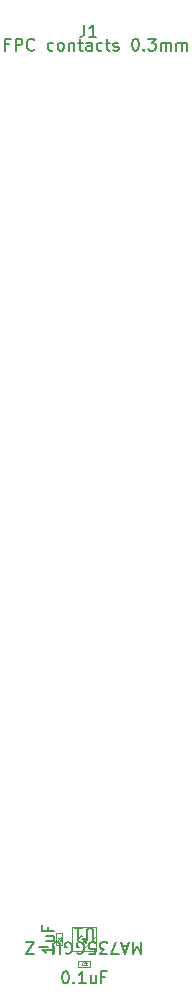
<source format=gbr>
%TF.GenerationSoftware,KiCad,Pcbnew,8.0.5-8.0.5-0~ubuntu24.04.1*%
%TF.CreationDate,2024-09-15T15:15:16-06:00*%
%TF.ProjectId,MA735 encoder board,4d413733-3520-4656-9e63-6f6465722062,rev?*%
%TF.SameCoordinates,Original*%
%TF.FileFunction,AssemblyDrawing,Top*%
%FSLAX46Y46*%
G04 Gerber Fmt 4.6, Leading zero omitted, Abs format (unit mm)*
G04 Created by KiCad (PCBNEW 8.0.5-8.0.5-0~ubuntu24.04.1) date 2024-09-15 15:15:16*
%MOMM*%
%LPD*%
G01*
G04 APERTURE LIST*
%ADD10C,0.150000*%
%ADD11C,0.040000*%
%ADD12C,0.025400*%
%ADD13C,0.100000*%
G04 APERTURE END LIST*
D10*
X157609523Y-131945180D02*
X157609523Y-132945180D01*
X157609523Y-132945180D02*
X157276190Y-132230895D01*
X157276190Y-132230895D02*
X156942857Y-132945180D01*
X156942857Y-132945180D02*
X156942857Y-131945180D01*
X156514285Y-132230895D02*
X156038095Y-132230895D01*
X156609523Y-131945180D02*
X156276190Y-132945180D01*
X156276190Y-132945180D02*
X155942857Y-131945180D01*
X155704761Y-132945180D02*
X155038095Y-132945180D01*
X155038095Y-132945180D02*
X155466666Y-131945180D01*
X154752380Y-132945180D02*
X154133333Y-132945180D01*
X154133333Y-132945180D02*
X154466666Y-132564228D01*
X154466666Y-132564228D02*
X154323809Y-132564228D01*
X154323809Y-132564228D02*
X154228571Y-132516609D01*
X154228571Y-132516609D02*
X154180952Y-132468990D01*
X154180952Y-132468990D02*
X154133333Y-132373752D01*
X154133333Y-132373752D02*
X154133333Y-132135657D01*
X154133333Y-132135657D02*
X154180952Y-132040419D01*
X154180952Y-132040419D02*
X154228571Y-131992800D01*
X154228571Y-131992800D02*
X154323809Y-131945180D01*
X154323809Y-131945180D02*
X154609523Y-131945180D01*
X154609523Y-131945180D02*
X154704761Y-131992800D01*
X154704761Y-131992800D02*
X154752380Y-132040419D01*
X153228571Y-132945180D02*
X153704761Y-132945180D01*
X153704761Y-132945180D02*
X153752380Y-132468990D01*
X153752380Y-132468990D02*
X153704761Y-132516609D01*
X153704761Y-132516609D02*
X153609523Y-132564228D01*
X153609523Y-132564228D02*
X153371428Y-132564228D01*
X153371428Y-132564228D02*
X153276190Y-132516609D01*
X153276190Y-132516609D02*
X153228571Y-132468990D01*
X153228571Y-132468990D02*
X153180952Y-132373752D01*
X153180952Y-132373752D02*
X153180952Y-132135657D01*
X153180952Y-132135657D02*
X153228571Y-132040419D01*
X153228571Y-132040419D02*
X153276190Y-131992800D01*
X153276190Y-131992800D02*
X153371428Y-131945180D01*
X153371428Y-131945180D02*
X153609523Y-131945180D01*
X153609523Y-131945180D02*
X153704761Y-131992800D01*
X153704761Y-131992800D02*
X153752380Y-132040419D01*
X152228571Y-132897561D02*
X152323809Y-132945180D01*
X152323809Y-132945180D02*
X152466666Y-132945180D01*
X152466666Y-132945180D02*
X152609523Y-132897561D01*
X152609523Y-132897561D02*
X152704761Y-132802323D01*
X152704761Y-132802323D02*
X152752380Y-132707085D01*
X152752380Y-132707085D02*
X152799999Y-132516609D01*
X152799999Y-132516609D02*
X152799999Y-132373752D01*
X152799999Y-132373752D02*
X152752380Y-132183276D01*
X152752380Y-132183276D02*
X152704761Y-132088038D01*
X152704761Y-132088038D02*
X152609523Y-131992800D01*
X152609523Y-131992800D02*
X152466666Y-131945180D01*
X152466666Y-131945180D02*
X152371428Y-131945180D01*
X152371428Y-131945180D02*
X152228571Y-131992800D01*
X152228571Y-131992800D02*
X152180952Y-132040419D01*
X152180952Y-132040419D02*
X152180952Y-132373752D01*
X152180952Y-132373752D02*
X152371428Y-132373752D01*
X151228571Y-132897561D02*
X151323809Y-132945180D01*
X151323809Y-132945180D02*
X151466666Y-132945180D01*
X151466666Y-132945180D02*
X151609523Y-132897561D01*
X151609523Y-132897561D02*
X151704761Y-132802323D01*
X151704761Y-132802323D02*
X151752380Y-132707085D01*
X151752380Y-132707085D02*
X151799999Y-132516609D01*
X151799999Y-132516609D02*
X151799999Y-132373752D01*
X151799999Y-132373752D02*
X151752380Y-132183276D01*
X151752380Y-132183276D02*
X151704761Y-132088038D01*
X151704761Y-132088038D02*
X151609523Y-131992800D01*
X151609523Y-131992800D02*
X151466666Y-131945180D01*
X151466666Y-131945180D02*
X151371428Y-131945180D01*
X151371428Y-131945180D02*
X151228571Y-131992800D01*
X151228571Y-131992800D02*
X151180952Y-132040419D01*
X151180952Y-132040419D02*
X151180952Y-132373752D01*
X151180952Y-132373752D02*
X151371428Y-132373752D01*
X150752380Y-132945180D02*
X150752380Y-132135657D01*
X150752380Y-132135657D02*
X150704761Y-132040419D01*
X150704761Y-132040419D02*
X150657142Y-131992800D01*
X150657142Y-131992800D02*
X150561904Y-131945180D01*
X150561904Y-131945180D02*
X150371428Y-131945180D01*
X150371428Y-131945180D02*
X150276190Y-131992800D01*
X150276190Y-131992800D02*
X150228571Y-132040419D01*
X150228571Y-132040419D02*
X150180952Y-132135657D01*
X150180952Y-132135657D02*
X150180952Y-132945180D01*
X149704761Y-132326133D02*
X148942857Y-132326133D01*
X148561904Y-132945180D02*
X147895238Y-132945180D01*
X147895238Y-132945180D02*
X148561904Y-131945180D01*
X148561904Y-131945180D02*
X147895238Y-131945180D01*
X152825408Y-131554819D02*
X152825408Y-131792914D01*
X152587313Y-131697676D02*
X152825408Y-131792914D01*
X152825408Y-131792914D02*
X153063503Y-131697676D01*
X152682551Y-131983390D02*
X152825408Y-131792914D01*
X152825408Y-131792914D02*
X152968265Y-131983390D01*
X153572312Y-131745180D02*
X153572312Y-130935657D01*
X153572312Y-130935657D02*
X153524693Y-130840419D01*
X153524693Y-130840419D02*
X153477074Y-130792800D01*
X153477074Y-130792800D02*
X153381836Y-130745180D01*
X153381836Y-130745180D02*
X153191360Y-130745180D01*
X153191360Y-130745180D02*
X153096122Y-130792800D01*
X153096122Y-130792800D02*
X153048503Y-130840419D01*
X153048503Y-130840419D02*
X153000884Y-130935657D01*
X153000884Y-130935657D02*
X153000884Y-131745180D01*
X152000884Y-130745180D02*
X152572312Y-130745180D01*
X152286598Y-130745180D02*
X152286598Y-131745180D01*
X152286598Y-131745180D02*
X152381836Y-131602323D01*
X152381836Y-131602323D02*
X152477074Y-131507085D01*
X152477074Y-131507085D02*
X152572312Y-131459466D01*
X152825408Y-131554819D02*
X152825408Y-131792914D01*
X152587313Y-131697676D02*
X152825408Y-131792914D01*
X152825408Y-131792914D02*
X153063503Y-131697676D01*
X152682551Y-131983390D02*
X152825408Y-131792914D01*
X152825408Y-131792914D02*
X152968265Y-131983390D01*
X151157143Y-134414819D02*
X151252381Y-134414819D01*
X151252381Y-134414819D02*
X151347619Y-134462438D01*
X151347619Y-134462438D02*
X151395238Y-134510057D01*
X151395238Y-134510057D02*
X151442857Y-134605295D01*
X151442857Y-134605295D02*
X151490476Y-134795771D01*
X151490476Y-134795771D02*
X151490476Y-135033866D01*
X151490476Y-135033866D02*
X151442857Y-135224342D01*
X151442857Y-135224342D02*
X151395238Y-135319580D01*
X151395238Y-135319580D02*
X151347619Y-135367200D01*
X151347619Y-135367200D02*
X151252381Y-135414819D01*
X151252381Y-135414819D02*
X151157143Y-135414819D01*
X151157143Y-135414819D02*
X151061905Y-135367200D01*
X151061905Y-135367200D02*
X151014286Y-135319580D01*
X151014286Y-135319580D02*
X150966667Y-135224342D01*
X150966667Y-135224342D02*
X150919048Y-135033866D01*
X150919048Y-135033866D02*
X150919048Y-134795771D01*
X150919048Y-134795771D02*
X150966667Y-134605295D01*
X150966667Y-134605295D02*
X151014286Y-134510057D01*
X151014286Y-134510057D02*
X151061905Y-134462438D01*
X151061905Y-134462438D02*
X151157143Y-134414819D01*
X151919048Y-135319580D02*
X151966667Y-135367200D01*
X151966667Y-135367200D02*
X151919048Y-135414819D01*
X151919048Y-135414819D02*
X151871429Y-135367200D01*
X151871429Y-135367200D02*
X151919048Y-135319580D01*
X151919048Y-135319580D02*
X151919048Y-135414819D01*
X152919047Y-135414819D02*
X152347619Y-135414819D01*
X152633333Y-135414819D02*
X152633333Y-134414819D01*
X152633333Y-134414819D02*
X152538095Y-134557676D01*
X152538095Y-134557676D02*
X152442857Y-134652914D01*
X152442857Y-134652914D02*
X152347619Y-134700533D01*
X153776190Y-134748152D02*
X153776190Y-135414819D01*
X153347619Y-134748152D02*
X153347619Y-135271961D01*
X153347619Y-135271961D02*
X153395238Y-135367200D01*
X153395238Y-135367200D02*
X153490476Y-135414819D01*
X153490476Y-135414819D02*
X153633333Y-135414819D01*
X153633333Y-135414819D02*
X153728571Y-135367200D01*
X153728571Y-135367200D02*
X153776190Y-135319580D01*
X154585714Y-134891009D02*
X154252381Y-134891009D01*
X154252381Y-135414819D02*
X154252381Y-134414819D01*
X154252381Y-134414819D02*
X154728571Y-134414819D01*
D11*
X152758333Y-133889765D02*
X152746429Y-133901670D01*
X152746429Y-133901670D02*
X152710714Y-133913574D01*
X152710714Y-133913574D02*
X152686905Y-133913574D01*
X152686905Y-133913574D02*
X152651191Y-133901670D01*
X152651191Y-133901670D02*
X152627381Y-133877860D01*
X152627381Y-133877860D02*
X152615476Y-133854050D01*
X152615476Y-133854050D02*
X152603572Y-133806431D01*
X152603572Y-133806431D02*
X152603572Y-133770717D01*
X152603572Y-133770717D02*
X152615476Y-133723098D01*
X152615476Y-133723098D02*
X152627381Y-133699289D01*
X152627381Y-133699289D02*
X152651191Y-133675479D01*
X152651191Y-133675479D02*
X152686905Y-133663574D01*
X152686905Y-133663574D02*
X152710714Y-133663574D01*
X152710714Y-133663574D02*
X152746429Y-133675479D01*
X152746429Y-133675479D02*
X152758333Y-133687384D01*
X152853572Y-133687384D02*
X152865476Y-133675479D01*
X152865476Y-133675479D02*
X152889286Y-133663574D01*
X152889286Y-133663574D02*
X152948810Y-133663574D01*
X152948810Y-133663574D02*
X152972619Y-133675479D01*
X152972619Y-133675479D02*
X152984524Y-133687384D01*
X152984524Y-133687384D02*
X152996429Y-133711193D01*
X152996429Y-133711193D02*
X152996429Y-133735003D01*
X152996429Y-133735003D02*
X152984524Y-133770717D01*
X152984524Y-133770717D02*
X152841667Y-133913574D01*
X152841667Y-133913574D02*
X152996429Y-133913574D01*
D10*
X150254819Y-132295238D02*
X150254819Y-132866666D01*
X150254819Y-132580952D02*
X149254819Y-132580952D01*
X149254819Y-132580952D02*
X149397676Y-132676190D01*
X149397676Y-132676190D02*
X149492914Y-132771428D01*
X149492914Y-132771428D02*
X149540533Y-132866666D01*
X149588152Y-131438095D02*
X150254819Y-131438095D01*
X149588152Y-131866666D02*
X150111961Y-131866666D01*
X150111961Y-131866666D02*
X150207200Y-131819047D01*
X150207200Y-131819047D02*
X150254819Y-131723809D01*
X150254819Y-131723809D02*
X150254819Y-131580952D01*
X150254819Y-131580952D02*
X150207200Y-131485714D01*
X150207200Y-131485714D02*
X150159580Y-131438095D01*
X149731009Y-130628571D02*
X149731009Y-130961904D01*
X150254819Y-130961904D02*
X149254819Y-130961904D01*
X149254819Y-130961904D02*
X149254819Y-130485714D01*
D11*
X150789765Y-131741666D02*
X150801670Y-131753570D01*
X150801670Y-131753570D02*
X150813574Y-131789285D01*
X150813574Y-131789285D02*
X150813574Y-131813094D01*
X150813574Y-131813094D02*
X150801670Y-131848808D01*
X150801670Y-131848808D02*
X150777860Y-131872618D01*
X150777860Y-131872618D02*
X150754050Y-131884523D01*
X150754050Y-131884523D02*
X150706431Y-131896427D01*
X150706431Y-131896427D02*
X150670717Y-131896427D01*
X150670717Y-131896427D02*
X150623098Y-131884523D01*
X150623098Y-131884523D02*
X150599289Y-131872618D01*
X150599289Y-131872618D02*
X150575479Y-131848808D01*
X150575479Y-131848808D02*
X150563574Y-131813094D01*
X150563574Y-131813094D02*
X150563574Y-131789285D01*
X150563574Y-131789285D02*
X150575479Y-131753570D01*
X150575479Y-131753570D02*
X150587384Y-131741666D01*
X150813574Y-131503570D02*
X150813574Y-131646427D01*
X150813574Y-131574999D02*
X150563574Y-131574999D01*
X150563574Y-131574999D02*
X150599289Y-131598808D01*
X150599289Y-131598808D02*
X150623098Y-131622618D01*
X150623098Y-131622618D02*
X150635003Y-131646427D01*
D10*
X146466666Y-55931009D02*
X146133333Y-55931009D01*
X146133333Y-56454819D02*
X146133333Y-55454819D01*
X146133333Y-55454819D02*
X146609523Y-55454819D01*
X146990476Y-56454819D02*
X146990476Y-55454819D01*
X146990476Y-55454819D02*
X147371428Y-55454819D01*
X147371428Y-55454819D02*
X147466666Y-55502438D01*
X147466666Y-55502438D02*
X147514285Y-55550057D01*
X147514285Y-55550057D02*
X147561904Y-55645295D01*
X147561904Y-55645295D02*
X147561904Y-55788152D01*
X147561904Y-55788152D02*
X147514285Y-55883390D01*
X147514285Y-55883390D02*
X147466666Y-55931009D01*
X147466666Y-55931009D02*
X147371428Y-55978628D01*
X147371428Y-55978628D02*
X146990476Y-55978628D01*
X148561904Y-56359580D02*
X148514285Y-56407200D01*
X148514285Y-56407200D02*
X148371428Y-56454819D01*
X148371428Y-56454819D02*
X148276190Y-56454819D01*
X148276190Y-56454819D02*
X148133333Y-56407200D01*
X148133333Y-56407200D02*
X148038095Y-56311961D01*
X148038095Y-56311961D02*
X147990476Y-56216723D01*
X147990476Y-56216723D02*
X147942857Y-56026247D01*
X147942857Y-56026247D02*
X147942857Y-55883390D01*
X147942857Y-55883390D02*
X147990476Y-55692914D01*
X147990476Y-55692914D02*
X148038095Y-55597676D01*
X148038095Y-55597676D02*
X148133333Y-55502438D01*
X148133333Y-55502438D02*
X148276190Y-55454819D01*
X148276190Y-55454819D02*
X148371428Y-55454819D01*
X148371428Y-55454819D02*
X148514285Y-55502438D01*
X148514285Y-55502438D02*
X148561904Y-55550057D01*
X150180952Y-56407200D02*
X150085714Y-56454819D01*
X150085714Y-56454819D02*
X149895238Y-56454819D01*
X149895238Y-56454819D02*
X149800000Y-56407200D01*
X149800000Y-56407200D02*
X149752381Y-56359580D01*
X149752381Y-56359580D02*
X149704762Y-56264342D01*
X149704762Y-56264342D02*
X149704762Y-55978628D01*
X149704762Y-55978628D02*
X149752381Y-55883390D01*
X149752381Y-55883390D02*
X149800000Y-55835771D01*
X149800000Y-55835771D02*
X149895238Y-55788152D01*
X149895238Y-55788152D02*
X150085714Y-55788152D01*
X150085714Y-55788152D02*
X150180952Y-55835771D01*
X150752381Y-56454819D02*
X150657143Y-56407200D01*
X150657143Y-56407200D02*
X150609524Y-56359580D01*
X150609524Y-56359580D02*
X150561905Y-56264342D01*
X150561905Y-56264342D02*
X150561905Y-55978628D01*
X150561905Y-55978628D02*
X150609524Y-55883390D01*
X150609524Y-55883390D02*
X150657143Y-55835771D01*
X150657143Y-55835771D02*
X150752381Y-55788152D01*
X150752381Y-55788152D02*
X150895238Y-55788152D01*
X150895238Y-55788152D02*
X150990476Y-55835771D01*
X150990476Y-55835771D02*
X151038095Y-55883390D01*
X151038095Y-55883390D02*
X151085714Y-55978628D01*
X151085714Y-55978628D02*
X151085714Y-56264342D01*
X151085714Y-56264342D02*
X151038095Y-56359580D01*
X151038095Y-56359580D02*
X150990476Y-56407200D01*
X150990476Y-56407200D02*
X150895238Y-56454819D01*
X150895238Y-56454819D02*
X150752381Y-56454819D01*
X151514286Y-55788152D02*
X151514286Y-56454819D01*
X151514286Y-55883390D02*
X151561905Y-55835771D01*
X151561905Y-55835771D02*
X151657143Y-55788152D01*
X151657143Y-55788152D02*
X151800000Y-55788152D01*
X151800000Y-55788152D02*
X151895238Y-55835771D01*
X151895238Y-55835771D02*
X151942857Y-55931009D01*
X151942857Y-55931009D02*
X151942857Y-56454819D01*
X152276191Y-55788152D02*
X152657143Y-55788152D01*
X152419048Y-55454819D02*
X152419048Y-56311961D01*
X152419048Y-56311961D02*
X152466667Y-56407200D01*
X152466667Y-56407200D02*
X152561905Y-56454819D01*
X152561905Y-56454819D02*
X152657143Y-56454819D01*
X153419048Y-56454819D02*
X153419048Y-55931009D01*
X153419048Y-55931009D02*
X153371429Y-55835771D01*
X153371429Y-55835771D02*
X153276191Y-55788152D01*
X153276191Y-55788152D02*
X153085715Y-55788152D01*
X153085715Y-55788152D02*
X152990477Y-55835771D01*
X153419048Y-56407200D02*
X153323810Y-56454819D01*
X153323810Y-56454819D02*
X153085715Y-56454819D01*
X153085715Y-56454819D02*
X152990477Y-56407200D01*
X152990477Y-56407200D02*
X152942858Y-56311961D01*
X152942858Y-56311961D02*
X152942858Y-56216723D01*
X152942858Y-56216723D02*
X152990477Y-56121485D01*
X152990477Y-56121485D02*
X153085715Y-56073866D01*
X153085715Y-56073866D02*
X153323810Y-56073866D01*
X153323810Y-56073866D02*
X153419048Y-56026247D01*
X154323810Y-56407200D02*
X154228572Y-56454819D01*
X154228572Y-56454819D02*
X154038096Y-56454819D01*
X154038096Y-56454819D02*
X153942858Y-56407200D01*
X153942858Y-56407200D02*
X153895239Y-56359580D01*
X153895239Y-56359580D02*
X153847620Y-56264342D01*
X153847620Y-56264342D02*
X153847620Y-55978628D01*
X153847620Y-55978628D02*
X153895239Y-55883390D01*
X153895239Y-55883390D02*
X153942858Y-55835771D01*
X153942858Y-55835771D02*
X154038096Y-55788152D01*
X154038096Y-55788152D02*
X154228572Y-55788152D01*
X154228572Y-55788152D02*
X154323810Y-55835771D01*
X154609525Y-55788152D02*
X154990477Y-55788152D01*
X154752382Y-55454819D02*
X154752382Y-56311961D01*
X154752382Y-56311961D02*
X154800001Y-56407200D01*
X154800001Y-56407200D02*
X154895239Y-56454819D01*
X154895239Y-56454819D02*
X154990477Y-56454819D01*
X155276192Y-56407200D02*
X155371430Y-56454819D01*
X155371430Y-56454819D02*
X155561906Y-56454819D01*
X155561906Y-56454819D02*
X155657144Y-56407200D01*
X155657144Y-56407200D02*
X155704763Y-56311961D01*
X155704763Y-56311961D02*
X155704763Y-56264342D01*
X155704763Y-56264342D02*
X155657144Y-56169104D01*
X155657144Y-56169104D02*
X155561906Y-56121485D01*
X155561906Y-56121485D02*
X155419049Y-56121485D01*
X155419049Y-56121485D02*
X155323811Y-56073866D01*
X155323811Y-56073866D02*
X155276192Y-55978628D01*
X155276192Y-55978628D02*
X155276192Y-55931009D01*
X155276192Y-55931009D02*
X155323811Y-55835771D01*
X155323811Y-55835771D02*
X155419049Y-55788152D01*
X155419049Y-55788152D02*
X155561906Y-55788152D01*
X155561906Y-55788152D02*
X155657144Y-55835771D01*
X157085716Y-55454819D02*
X157180954Y-55454819D01*
X157180954Y-55454819D02*
X157276192Y-55502438D01*
X157276192Y-55502438D02*
X157323811Y-55550057D01*
X157323811Y-55550057D02*
X157371430Y-55645295D01*
X157371430Y-55645295D02*
X157419049Y-55835771D01*
X157419049Y-55835771D02*
X157419049Y-56073866D01*
X157419049Y-56073866D02*
X157371430Y-56264342D01*
X157371430Y-56264342D02*
X157323811Y-56359580D01*
X157323811Y-56359580D02*
X157276192Y-56407200D01*
X157276192Y-56407200D02*
X157180954Y-56454819D01*
X157180954Y-56454819D02*
X157085716Y-56454819D01*
X157085716Y-56454819D02*
X156990478Y-56407200D01*
X156990478Y-56407200D02*
X156942859Y-56359580D01*
X156942859Y-56359580D02*
X156895240Y-56264342D01*
X156895240Y-56264342D02*
X156847621Y-56073866D01*
X156847621Y-56073866D02*
X156847621Y-55835771D01*
X156847621Y-55835771D02*
X156895240Y-55645295D01*
X156895240Y-55645295D02*
X156942859Y-55550057D01*
X156942859Y-55550057D02*
X156990478Y-55502438D01*
X156990478Y-55502438D02*
X157085716Y-55454819D01*
X157847621Y-56359580D02*
X157895240Y-56407200D01*
X157895240Y-56407200D02*
X157847621Y-56454819D01*
X157847621Y-56454819D02*
X157800002Y-56407200D01*
X157800002Y-56407200D02*
X157847621Y-56359580D01*
X157847621Y-56359580D02*
X157847621Y-56454819D01*
X158228573Y-55454819D02*
X158847620Y-55454819D01*
X158847620Y-55454819D02*
X158514287Y-55835771D01*
X158514287Y-55835771D02*
X158657144Y-55835771D01*
X158657144Y-55835771D02*
X158752382Y-55883390D01*
X158752382Y-55883390D02*
X158800001Y-55931009D01*
X158800001Y-55931009D02*
X158847620Y-56026247D01*
X158847620Y-56026247D02*
X158847620Y-56264342D01*
X158847620Y-56264342D02*
X158800001Y-56359580D01*
X158800001Y-56359580D02*
X158752382Y-56407200D01*
X158752382Y-56407200D02*
X158657144Y-56454819D01*
X158657144Y-56454819D02*
X158371430Y-56454819D01*
X158371430Y-56454819D02*
X158276192Y-56407200D01*
X158276192Y-56407200D02*
X158228573Y-56359580D01*
X159276192Y-56454819D02*
X159276192Y-55788152D01*
X159276192Y-55883390D02*
X159323811Y-55835771D01*
X159323811Y-55835771D02*
X159419049Y-55788152D01*
X159419049Y-55788152D02*
X159561906Y-55788152D01*
X159561906Y-55788152D02*
X159657144Y-55835771D01*
X159657144Y-55835771D02*
X159704763Y-55931009D01*
X159704763Y-55931009D02*
X159704763Y-56454819D01*
X159704763Y-55931009D02*
X159752382Y-55835771D01*
X159752382Y-55835771D02*
X159847620Y-55788152D01*
X159847620Y-55788152D02*
X159990477Y-55788152D01*
X159990477Y-55788152D02*
X160085716Y-55835771D01*
X160085716Y-55835771D02*
X160133335Y-55931009D01*
X160133335Y-55931009D02*
X160133335Y-56454819D01*
X160609525Y-56454819D02*
X160609525Y-55788152D01*
X160609525Y-55883390D02*
X160657144Y-55835771D01*
X160657144Y-55835771D02*
X160752382Y-55788152D01*
X160752382Y-55788152D02*
X160895239Y-55788152D01*
X160895239Y-55788152D02*
X160990477Y-55835771D01*
X160990477Y-55835771D02*
X161038096Y-55931009D01*
X161038096Y-55931009D02*
X161038096Y-56454819D01*
X161038096Y-55931009D02*
X161085715Y-55835771D01*
X161085715Y-55835771D02*
X161180953Y-55788152D01*
X161180953Y-55788152D02*
X161323810Y-55788152D01*
X161323810Y-55788152D02*
X161419049Y-55835771D01*
X161419049Y-55835771D02*
X161466668Y-55931009D01*
X161466668Y-55931009D02*
X161466668Y-56454819D01*
X152796666Y-54304819D02*
X152796666Y-55019104D01*
X152796666Y-55019104D02*
X152749047Y-55161961D01*
X152749047Y-55161961D02*
X152653809Y-55257200D01*
X152653809Y-55257200D02*
X152510952Y-55304819D01*
X152510952Y-55304819D02*
X152415714Y-55304819D01*
X153796666Y-55304819D02*
X153225238Y-55304819D01*
X153510952Y-55304819D02*
X153510952Y-54304819D01*
X153510952Y-54304819D02*
X153415714Y-54447676D01*
X153415714Y-54447676D02*
X153320476Y-54542914D01*
X153320476Y-54542914D02*
X153225238Y-54590533D01*
D12*
%TO.C,U1*%
X151781708Y-130671300D02*
X151781708Y-132728700D01*
X151781708Y-132728700D02*
X153839108Y-132728700D01*
X153839108Y-130671300D02*
X151781708Y-130671300D01*
X153839108Y-131458700D02*
X152569108Y-132728700D01*
X153839108Y-132728700D02*
X153839108Y-130671300D01*
D13*
%TO.C,C2*%
X152300000Y-133550000D02*
X153300000Y-133550000D01*
X152300000Y-134050000D02*
X152300000Y-133550000D01*
X153300000Y-133550000D02*
X153300000Y-134050000D01*
X153300000Y-134050000D02*
X152300000Y-134050000D01*
%TO.C,C1*%
X150450000Y-131200000D02*
X150950000Y-131200000D01*
X150450000Y-132200000D02*
X150450000Y-131200000D01*
X150950000Y-131200000D02*
X150950000Y-132200000D01*
X150950000Y-132200000D02*
X150450000Y-132200000D01*
%TD*%
M02*

</source>
